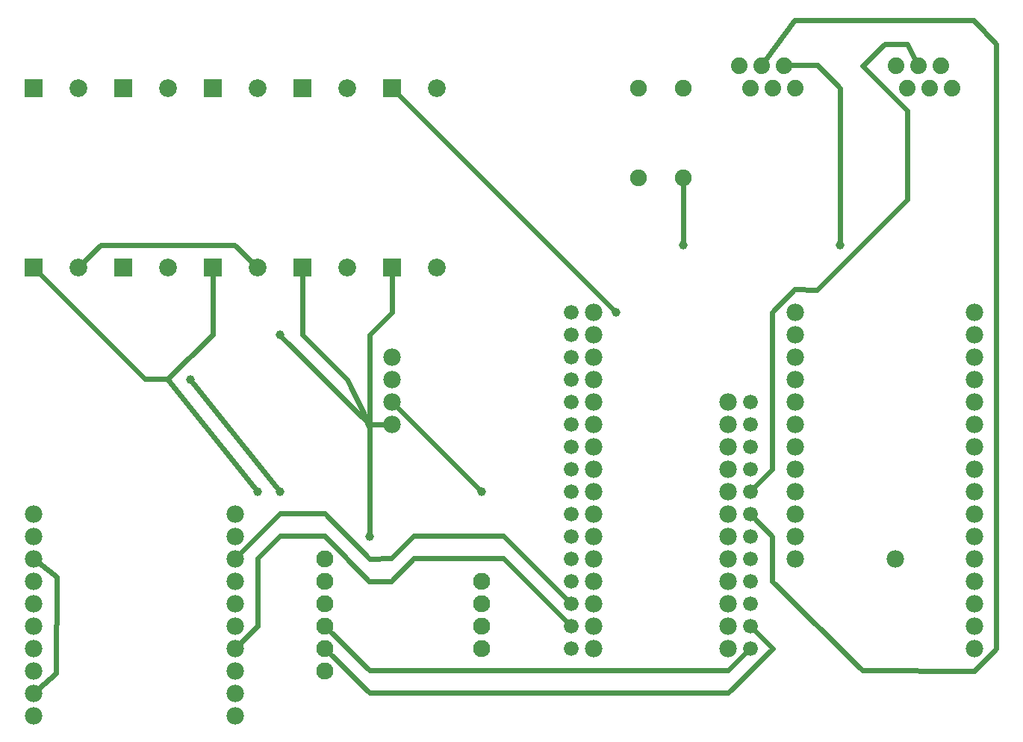
<source format=gtl>
G04 MADE WITH FRITZING*
G04 WWW.FRITZING.ORG*
G04 DOUBLE SIDED*
G04 HOLES PLATED*
G04 CONTOUR ON CENTER OF CONTOUR VECTOR*
%ASAXBY*%
%FSLAX23Y23*%
%MOIN*%
%OFA0B0*%
%SFA1.0B1.0*%
%ADD10C,0.039370*%
%ADD11C,0.078000*%
%ADD12C,0.066000*%
%ADD13C,0.076000*%
%ADD14C,0.075000*%
%ADD15C,0.074000*%
%ADD16C,0.079370*%
%ADD17R,0.079370X0.079370*%
%ADD18C,0.024000*%
%LNCOPPER1*%
G90*
G70*
G54D10*
X1702Y1382D03*
G54D11*
X2202Y1982D03*
X2202Y1882D03*
X2202Y1782D03*
X2202Y1682D03*
X4002Y2182D03*
X4002Y2082D03*
X4002Y1982D03*
X4002Y1882D03*
X4002Y1782D03*
X4002Y1682D03*
X4002Y1582D03*
X4002Y1482D03*
X4002Y1382D03*
X4002Y1282D03*
X4002Y1182D03*
X4002Y1082D03*
X4802Y2182D03*
X4802Y2082D03*
X4802Y1982D03*
X4802Y1882D03*
X4802Y1782D03*
X4802Y1682D03*
X4802Y1582D03*
X4802Y1482D03*
X4802Y1382D03*
X4802Y1282D03*
X4802Y1182D03*
X4802Y1082D03*
X4802Y982D03*
X4802Y882D03*
X4802Y782D03*
X4802Y682D03*
X4451Y1082D03*
X602Y1282D03*
X602Y1182D03*
X602Y1082D03*
X602Y982D03*
X602Y882D03*
X602Y782D03*
X602Y682D03*
X602Y582D03*
X602Y482D03*
X602Y382D03*
X1502Y1282D03*
X1502Y1182D03*
X1502Y1082D03*
X1502Y982D03*
X1502Y882D03*
X1502Y782D03*
X1502Y682D03*
X1502Y582D03*
X1502Y482D03*
X1502Y382D03*
G54D10*
X2102Y1182D03*
G54D12*
X3002Y682D03*
X3002Y782D03*
X3002Y882D03*
X3002Y982D03*
X3002Y1082D03*
X3002Y1182D03*
X3002Y1282D03*
X3002Y1382D03*
X3002Y1482D03*
X3002Y1582D03*
X3002Y1682D03*
X3002Y1782D03*
X3002Y1882D03*
X3002Y1982D03*
X3002Y2082D03*
X3002Y2182D03*
X3802Y1782D03*
X3802Y1682D03*
X3802Y1582D03*
X3802Y1482D03*
X3802Y1382D03*
X3802Y1282D03*
X3802Y1182D03*
X3802Y1082D03*
X3802Y982D03*
X3802Y882D03*
X3802Y782D03*
X3802Y682D03*
G54D13*
X1902Y1082D03*
X1902Y982D03*
X1902Y882D03*
X1902Y782D03*
X1902Y682D03*
X1902Y582D03*
X2602Y982D03*
X2602Y882D03*
X2602Y782D03*
X2602Y682D03*
G54D14*
X3302Y2782D03*
X3302Y3182D03*
X3502Y2782D03*
X3502Y3182D03*
G54D15*
X4452Y3282D03*
X4502Y3182D03*
X4552Y3282D03*
X4602Y3182D03*
X4652Y3282D03*
X4702Y3182D03*
X4452Y3282D03*
X4502Y3182D03*
X4552Y3282D03*
X4602Y3182D03*
X4652Y3282D03*
X4702Y3182D03*
X3752Y3282D03*
X3802Y3182D03*
X3852Y3282D03*
X3902Y3182D03*
X3952Y3282D03*
X4002Y3182D03*
X3752Y3282D03*
X3802Y3182D03*
X3852Y3282D03*
X3902Y3182D03*
X3952Y3282D03*
X4002Y3182D03*
G54D16*
X602Y3182D03*
X802Y3182D03*
X1002Y3182D03*
X1202Y3182D03*
X1402Y3182D03*
X1602Y3182D03*
X1802Y3182D03*
X2002Y3182D03*
X1402Y2382D03*
X1602Y2382D03*
X1802Y2382D03*
X2002Y2382D03*
X1002Y2382D03*
X1202Y2382D03*
X2202Y3182D03*
X2402Y3182D03*
X602Y2382D03*
X802Y2382D03*
X2202Y2382D03*
X2402Y2382D03*
G54D10*
X2102Y1682D03*
X1702Y2082D03*
X2602Y1382D03*
X3502Y2482D03*
X4202Y2482D03*
X1302Y1882D03*
X3202Y2182D03*
G54D11*
X3102Y2182D03*
X3102Y2082D03*
X3102Y1982D03*
X3102Y1882D03*
X3102Y1782D03*
X3102Y1682D03*
X3102Y1582D03*
X3102Y1482D03*
X3102Y1382D03*
X3102Y1282D03*
X3102Y1182D03*
X3102Y1082D03*
X3102Y982D03*
X3102Y882D03*
X3102Y782D03*
X3102Y682D03*
X3702Y1782D03*
X3702Y1682D03*
X3702Y1582D03*
X3702Y1482D03*
X3702Y1382D03*
X3702Y1282D03*
X3702Y1182D03*
X3702Y1082D03*
X3702Y982D03*
X3702Y882D03*
X3702Y782D03*
X3702Y682D03*
G54D10*
X1602Y1382D03*
G54D17*
X602Y3182D03*
X1002Y3182D03*
X1402Y3182D03*
X1802Y3182D03*
X1402Y2382D03*
X1802Y2382D03*
X1002Y2382D03*
X2202Y3182D03*
X602Y2382D03*
X2202Y2382D03*
G54D18*
X1602Y781D02*
X1602Y1084D01*
D02*
X1602Y1084D02*
X1702Y1184D01*
D02*
X1702Y1184D02*
X1902Y1184D01*
D02*
X1902Y1184D02*
X2101Y981D01*
D02*
X2101Y981D02*
X2201Y981D01*
D02*
X2201Y981D02*
X2301Y1084D01*
D02*
X2301Y1084D02*
X2700Y1084D01*
D02*
X2700Y1084D02*
X2980Y804D01*
D02*
X1523Y703D02*
X1602Y781D01*
D02*
X1500Y2481D02*
X902Y2481D01*
D02*
X902Y2481D02*
X824Y2404D01*
D02*
X1580Y2404D02*
X1500Y2481D01*
D02*
X2121Y1682D02*
X2172Y1682D01*
D02*
X2223Y1761D02*
X2588Y1396D01*
D02*
X2102Y1201D02*
X2102Y1663D01*
D02*
X708Y1002D02*
X626Y1064D01*
D02*
X705Y572D02*
X624Y502D01*
D02*
X2102Y2082D02*
X2203Y2182D01*
D02*
X2203Y2182D02*
X2202Y2351D01*
D02*
X2102Y1701D02*
X2102Y2082D01*
D02*
X1715Y2069D02*
X2088Y1696D01*
D02*
X1802Y2082D02*
X1802Y2351D01*
D02*
X2003Y1881D02*
X1802Y2082D01*
D02*
X2093Y1699D02*
X2003Y1881D01*
D02*
X705Y572D02*
X708Y1002D01*
D02*
X4203Y3182D02*
X4202Y2501D01*
D02*
X4102Y3283D02*
X4203Y3182D01*
D02*
X3983Y3283D02*
X4102Y3283D01*
D02*
X3502Y2501D02*
X3502Y2754D01*
D02*
X2700Y1184D02*
X2980Y904D01*
D02*
X1702Y1283D02*
X1902Y1283D01*
D02*
X1523Y1104D02*
X1702Y1283D01*
D02*
X1902Y1283D02*
X2102Y1081D01*
D02*
X2301Y1184D02*
X2700Y1184D01*
D02*
X2201Y1084D02*
X2301Y1184D01*
D02*
X2102Y1081D02*
X2201Y1084D01*
D02*
X2104Y484D02*
X1924Y661D01*
D02*
X3902Y682D02*
X3703Y484D01*
D02*
X3703Y484D02*
X2104Y484D01*
D02*
X3823Y760D02*
X3902Y682D01*
D02*
X3703Y583D02*
X3780Y660D01*
D02*
X2104Y583D02*
X3703Y583D01*
D02*
X1924Y761D02*
X2104Y583D01*
D02*
X4803Y581D02*
X4305Y583D01*
D02*
X4901Y682D02*
X4803Y581D01*
D02*
X4801Y3485D02*
X4900Y3379D01*
D02*
X4001Y3485D02*
X4801Y3485D01*
D02*
X4900Y3379D02*
X4901Y682D01*
D02*
X3870Y3307D02*
X4001Y3485D01*
D02*
X3900Y1181D02*
X3823Y1260D01*
D02*
X4305Y583D02*
X3901Y981D01*
D02*
X3901Y981D02*
X3900Y1181D01*
D02*
X4001Y2283D02*
X4100Y2282D01*
D02*
X3900Y2182D02*
X4001Y2283D01*
D02*
X3900Y1481D02*
X3900Y2182D01*
D02*
X4503Y2685D02*
X4503Y3082D01*
D02*
X4100Y2282D02*
X4503Y2685D01*
D02*
X4305Y3280D02*
X4404Y3379D01*
D02*
X3823Y1404D02*
X3900Y1481D01*
D02*
X4503Y3379D02*
X4538Y3310D01*
D02*
X4404Y3379D02*
X4503Y3379D01*
D02*
X4503Y3082D02*
X4305Y3280D01*
D02*
X3188Y2196D02*
X2223Y3160D01*
D02*
X1402Y2082D02*
X1201Y1883D01*
D02*
X1201Y1883D02*
X1590Y1397D01*
D02*
X1402Y2351D02*
X1402Y2082D01*
D02*
X1313Y1867D02*
X1690Y1397D01*
D02*
X1101Y1883D02*
X623Y2361D01*
D02*
X1201Y1883D02*
X1101Y1883D01*
G04 End of Copper1*
M02*
</source>
